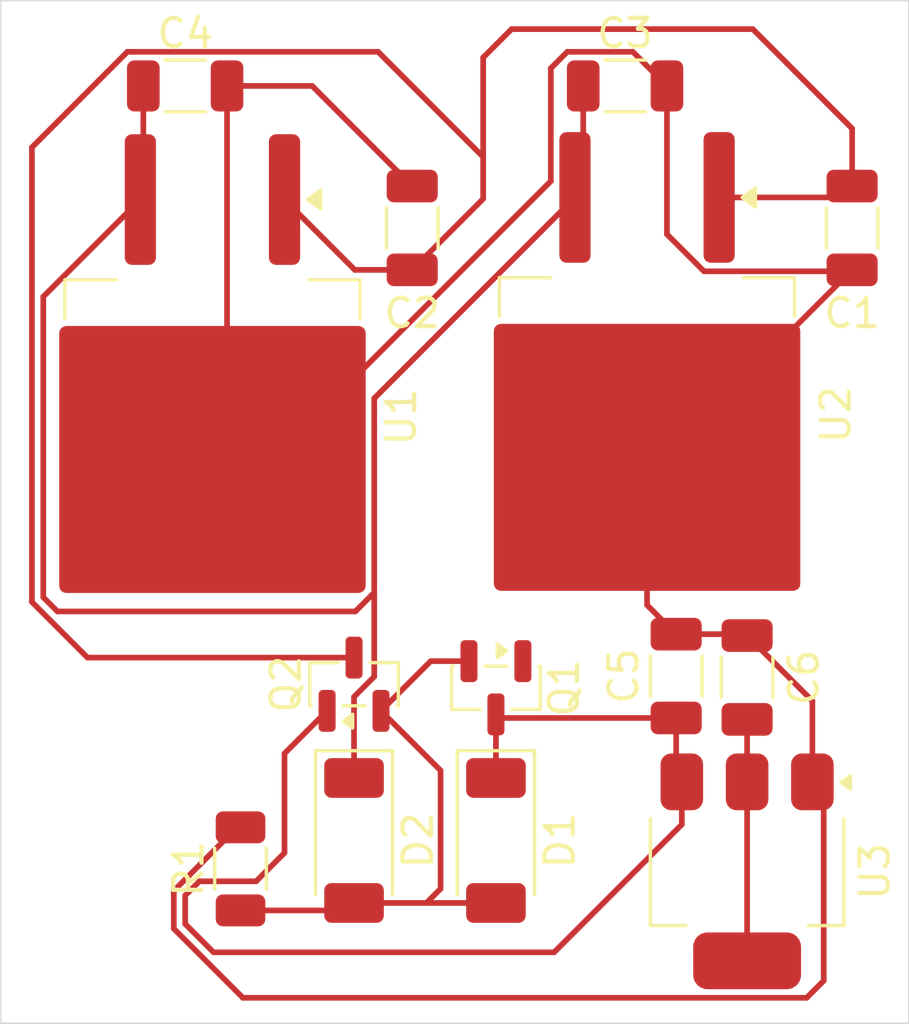
<source format=kicad_pcb>
(kicad_pcb (version 20241229) (generator "pcbnew") (generator_version "9.0")
  (layers (0 "F.Cu" signal) (2 "B.Cu" signal) (13 "F.Paste" user) (15 "B.Paste" user) (5 "F.SilkS" user "F.Silkscreen") (7 "B.SilkS" user "B.Silkscreen") (1 "F.Mask" user) (3 "B.Mask" user) (25 "Edge.Cuts" user))
  (net 0 "")
  (net 1 "GND")
  (net 2 "Net-(Q2-S)")
  (net 3 "+6V")
  (net 4 "VDD")
  (net 5 "+3.3V")
  (net 6 "+BATT")
  (net 7 "VBUS")
  (footprint "Capacitor_SMD:C_1206_3216Metric" (layer "F.Cu") (at 159.3 62.775 90)
    (property "Reference" "C5" (at 0 -1.85 90) (layer "F.SilkS"))
    (property "Value" "10u" (hide yes))
    (fp_line (start -0.711252 -0.91) (end 0.711252 -0.91) (stroke (width 0.12)) (layer "F.SilkS"))
    (fp_line (start -0.711252 0.91) (end 0.711252 0.91) (stroke (width 0.12)) (layer "F.SilkS"))
    (pad "1" smd roundrect (at -1.475 0 90) (size 1.15 1.8) (layers "F.Cu" "F.Mask" "F.Paste") (roundrect_rratio 0.217391) (net 4 "VDD"))
    (pad "2" smd roundrect (at 1.475 0 90) (size 1.15 1.8) (layers "F.Cu" "F.Mask" "F.Paste") (roundrect_rratio 0.217391) (net 1 "GND"))
  )
  (footprint "Capacitor_SMD:C_1206_3216Metric" (layer "F.Cu") (at 157.5 42)
    (property "Reference" "C3" (at 0 -1.85 0) (layer "F.SilkS"))
    (property "Value" ".33u" (hide yes))
    (fp_line (start -0.711252 -0.91) (end 0.711252 -0.91) (stroke (width 0.12)) (layer "F.SilkS"))
    (fp_line (start -0.711252 0.91) (end 0.711252 0.91) (stroke (width 0.12)) (layer "F.SilkS"))
    (pad "1" smd roundrect (at -1.475 0) (size 1.15 1.8) (layers "F.Cu" "F.Mask" "F.Paste") (roundrect_rratio 0.217391) (net 3 "+6V"))
    (pad "2" smd roundrect (at 1.475 0) (size 1.15 1.8) (layers "F.Cu" "F.Mask" "F.Paste") (roundrect_rratio 0.217391) (net 1 "GND"))
  )
  (footprint "Package_TO_SOT_SMD:TO-263-2" (layer "F.Cu") (at 142.96 53.65 -90)
    (property "Reference" "U1" (at 0 -6.65 90) (layer "F.SilkS"))
    (property "Value" "L7806" (hide yes))
    (fp_line (start -4.825 5.2) (end -4.825 3.39) (stroke (width 0.12)) (layer "F.SilkS"))
    (fp_line (start -3.46 5.2) (end -4.825 5.2) (stroke (width 0.12)) (layer "F.SilkS"))
    (fp_line (start -4.825 -5.2) (end -4.825 -3.39) (stroke (width 0.12)) (layer "F.SilkS"))
    (fp_line (start -3.46 -5.2) (end -4.825 -5.2) (stroke (width 0.12)) (layer "F.SilkS"))
    (fp_poly (pts (xy -7.65 -3.35) (xy -7.99 -3.82) (xy -7.31 -3.82)) (stroke (width 0.12)) (fill yes) (layer "F.SilkS"))
    (pad "1" smd roundrect (at -7.65 -2.54 270) (size 4.6 1.1) (layers "F.Cu" "F.Mask" "F.Paste") (roundrect_rratio 0.227273) (net 2 "Net-(Q2-S)"))
    (pad "2" smd roundrect (at 1.5 0 270) (size 9.4 10.8) (layers "F.Cu" "F.Mask") (roundrect_rratio 0.026596) (net 1 "GND"))
    (pad "3" smd roundrect (at -7.65 2.54 270) (size 4.6 1.1) (layers "F.Cu" "F.Mask" "F.Paste") (roundrect_rratio 0.227273) (net 3 "+6V"))
  )
  (footprint "Package_TO_SOT_SMD:SOT-223-3_TabPin2" (layer "F.Cu") (at 161.8 69.65 -90)
    (property "Reference" "U3" (at 0 -4.5 90) (layer "F.SilkS"))
    (property "Value" "AZ1117-3.3" (hide yes))
    (fp_line (start -1.85 3.41) (end 1.91 3.41) (stroke (width 0.12)) (layer "F.SilkS"))
    (fp_line (start 1.91 3.41) (end 1.91 2.15) (stroke (width 0.12)) (layer "F.SilkS"))
    (fp_line (start -1.85 -3.41) (end 1.91 -3.41) (stroke (width 0.12)) (layer "F.SilkS"))
    (fp_line (start 1.91 -3.41) (end 1.91 -2.15) (stroke (width 0.12)) (layer "F.SilkS"))
    (fp_poly (pts (xy -3.13 -3.31) (xy -3.37 -3.64) (xy -2.89 -3.64) (xy -3.13 -3.31)) (stroke (width 0.12)) (fill yes) (layer "F.SilkS"))
    (pad "1" smd roundrect (at -3.15 -2.3 270) (size 2 1.5) (layers "F.Cu" "F.Mask" "F.Paste") (net 1 "GND"))
    (pad "2" smd roundrect (at -3.15 0 270) (size 2 1.5) (layers "F.Cu" "F.Mask" "F.Paste") (net 5 "+3.3V"))
    (pad "2" smd roundrect (at 3.15 0 270) (size 2 3.8) (layers "F.Cu" "F.Mask" "F.Paste") (net 5 "+3.3V"))
    (pad "3" smd roundrect (at -3.15 2.3 270) (size 2 1.5) (layers "F.Cu" "F.Mask" "F.Paste") (net 4 "VDD"))
  )
  (footprint "Capacitor_SMD:C_1206_3216Metric" (layer "F.Cu") (at 142 42)
    (property "Reference" "C4" (at 0 -1.85 0) (layer "F.SilkS"))
    (property "Value" ".33u" (hide yes))
    (fp_line (start -0.711252 -0.91) (end 0.711252 -0.91) (stroke (width 0.12)) (layer "F.SilkS"))
    (fp_line (start -0.711252 0.91) (end 0.711252 0.91) (stroke (width 0.12)) (layer "F.SilkS"))
    (pad "1" smd roundrect (at -1.475 0) (size 1.15 1.8) (layers "F.Cu" "F.Mask" "F.Paste") (roundrect_rratio 0.217391) (net 3 "+6V"))
    (pad "2" smd roundrect (at 1.475 0) (size 1.15 1.8) (layers "F.Cu" "F.Mask" "F.Paste") (roundrect_rratio 0.217391) (net 1 "GND"))
  )
  (footprint "Package_TO_SOT_SMD:TO-263-2" (layer "F.Cu") (at 158.275 53.575 -90)
    (property "Reference" "U2" (at 0 -6.65 90) (layer "F.SilkS"))
    (property "Value" "L7806" (hide yes))
    (fp_line (start -4.825 5.2) (end -4.825 3.39) (stroke (width 0.12)) (layer "F.SilkS"))
    (fp_line (start -3.46 5.2) (end -4.825 5.2) (stroke (width 0.12)) (layer "F.SilkS"))
    (fp_line (start -4.825 -5.2) (end -4.825 -3.39) (stroke (width 0.12)) (layer "F.SilkS"))
    (fp_line (start -3.46 -5.2) (end -4.825 -5.2) (stroke (width 0.12)) (layer "F.SilkS"))
    (fp_poly (pts (xy -7.65 -3.35) (xy -7.99 -3.82) (xy -7.31 -3.82)) (stroke (width 0.12)) (fill yes) (layer "F.SilkS"))
    (pad "1" smd roundrect (at -7.65 -2.54 270) (size 4.6 1.1) (layers "F.Cu" "F.Mask" "F.Paste") (roundrect_rratio 0.227273) (net 2 "Net-(Q2-S)"))
    (pad "2" smd roundrect (at 1.5 0 270) (size 9.4 10.8) (layers "F.Cu" "F.Mask") (roundrect_rratio 0.026596) (net 1 "GND"))
    (pad "3" smd roundrect (at -7.65 2.54 270) (size 4.6 1.1) (layers "F.Cu" "F.Mask" "F.Paste") (roundrect_rratio 0.227273) (net 3 "+6V"))
  )
  (footprint "Resistor_SMD:R_1206_3216Metric" (layer "F.Cu") (at 143.95 69.5625 90)
    (property "Reference" "R1" (at 0 -1.83 90) (layer "F.SilkS"))
    (property "Value" "10k" (hide yes))
    (fp_line (start -0.727064 -0.91) (end 0.727064 -0.91) (stroke (width 0.12)) (layer "F.SilkS"))
    (fp_line (start -0.727064 0.91) (end 0.727064 0.91) (stroke (width 0.12)) (layer "F.SilkS"))
    (pad "1" smd roundrect (at -1.4625 0 90) (size 1.125 1.75) (layers "F.Cu" "F.Mask" "F.Paste") (roundrect_rratio 0.222222) (net 7 "VBUS"))
    (pad "2" smd roundrect (at 1.4625 0 90) (size 1.125 1.75) (layers "F.Cu" "F.Mask" "F.Paste") (roundrect_rratio 0.222222) (net 1 "GND"))
  )
  (footprint "Capacitor_SMD:C_1206_3216Metric" (layer "F.Cu") (at 150 47 90)
    (property "Reference" "C2" (at -3 0 180) (layer "F.SilkS"))
    (property "Value" ".33u" (hide yes))
    (fp_line (start -0.711252 -0.91) (end 0.711252 -0.91) (stroke (width 0.12)) (layer "F.SilkS"))
    (fp_line (start -0.711252 0.91) (end 0.711252 0.91) (stroke (width 0.12)) (layer "F.SilkS"))
    (pad "1" smd roundrect (at -1.475 0 90) (size 1.15 1.8) (layers "F.Cu" "F.Mask" "F.Paste") (roundrect_rratio 0.217391) (net 2 "Net-(Q2-S)"))
    (pad "2" smd roundrect (at 1.475 0 90) (size 1.15 1.8) (layers "F.Cu" "F.Mask" "F.Paste") (roundrect_rratio 0.217391) (net 1 "GND"))
  )
  (footprint "Package_TO_SOT_SMD:SOT-23" (layer "F.Cu") (at 152.95 63.1875 -90)
    (property "Reference" "Q1" (at 0 -2.4 90) (layer "F.SilkS"))
    (property "Value" "SSM3J328R,LF" (hide yes))
    (fp_line (start -0.76 1.56) (end -0.76 1.51) (stroke (width 0.12)) (layer "F.SilkS"))
    (fp_line (start 0.76 1.56) (end -0.76 1.56) (stroke (width 0.12)) (layer "F.SilkS"))
    (fp_line (start 0.76 0.56) (end 0.76 1.56) (stroke (width 0.12)) (layer "F.SilkS"))
    (fp_line (start -0.76 0.39) (end -0.76 -0.39) (stroke (width 0.12)) (layer "F.SilkS"))
    (fp_line (start -0.76 -1.51) (end -0.76 -1.56) (stroke (width 0.12)) (layer "F.SilkS"))
    (fp_line (start -0.76 -1.56) (end 0.76 -1.56) (stroke (width 0.12)) (layer "F.SilkS"))
    (fp_line (start 0.76 -1.56) (end 0.76 -0.56) (stroke (width 0.12)) (layer "F.SilkS"))
    (fp_poly (pts (xy -1.3 -0.38) (xy -1.06 -0.05) (xy -1.54 -0.05)) (stroke (width 0.12)) (fill yes) (layer "F.SilkS"))
    (pad "1" smd roundrect (at -0.9375 -0.95 270) (size 1.475 0.6) (layers "F.Cu" "F.Mask" "F.Paste") (net 6 "+BATT"))
    (pad "2" smd roundrect (at -0.9375 0.95 270) (size 1.475 0.6) (layers "F.Cu" "F.Mask" "F.Paste") (net 7 "VBUS"))
    (pad "3" smd roundrect (at 0.9375 0 270) (size 1.475 0.6) (layers "F.Cu" "F.Mask" "F.Paste") (net 4 "VDD"))
  )
  (footprint "Capacitor_SMD:C_1206_3216Metric" (layer "F.Cu") (at 165.5 47 -90)
    (property "Reference" "C1" (at 3 0 180) (layer "F.SilkS"))
    (property "Value" ".33u" (hide yes))
    (fp_line (start -0.711252 0.91) (end 0.711252 0.91) (stroke (width 0.12)) (layer "F.SilkS"))
    (fp_line (start -0.711252 -0.91) (end 0.711252 -0.91) (stroke (width 0.12)) (layer "F.SilkS"))
    (pad "1" smd roundrect (at -1.475 0 270) (size 1.15 1.8) (layers "F.Cu" "F.Mask" "F.Paste") (roundrect_rratio 0.217391) (net 2 "Net-(Q2-S)"))
    (pad "2" smd roundrect (at 1.475 0 270) (size 1.15 1.8) (layers "F.Cu" "F.Mask" "F.Paste") (roundrect_rratio 0.217391) (net 1 "GND"))
  )
  (footprint "Capacitor_SMD:C_1206_3216Metric" (layer "F.Cu") (at 161.8 62.825 90)
    (property "Reference" "C6" (at 0 2 90) (layer "F.SilkS"))
    (property "Value" "22u" (hide yes))
    (fp_line (start -0.711252 -0.91) (end 0.711252 -0.91) (stroke (width 0.12)) (layer "F.SilkS"))
    (fp_line (start -0.711252 0.91) (end 0.711252 0.91) (stroke (width 0.12)) (layer "F.SilkS"))
    (pad "1" smd roundrect (at -1.475 0 90) (size 1.15 1.8) (layers "F.Cu" "F.Mask" "F.Paste") (roundrect_rratio 0.217391) (net 5 "+3.3V"))
    (pad "2" smd roundrect (at 1.475 0 90) (size 1.15 1.8) (layers "F.Cu" "F.Mask" "F.Paste") (roundrect_rratio 0.217391) (net 1 "GND"))
  )
  (footprint "Diode_SMD:D_SOD-128" (layer "F.Cu") (at 147.95 68.5625 -90)
    (property "Reference" "D2" (at 0 -2.25 90) (layer "F.SilkS"))
    (property "Value" "PMEG10030ELPX" (hide yes))
    (fp_line (start -3.16 1.36) (end 1.9 1.36) (stroke (width 0.12)) (layer "F.SilkS"))
    (fp_line (start -3.16 -1.36) (end -3.16 1.36) (stroke (width 0.12)) (layer "F.SilkS"))
    (fp_line (start -3.16 -1.36) (end 1.9 -1.36) (stroke (width 0.12)) (layer "F.SilkS"))
    (pad "1" smd roundrect (at -2.2 0 270) (size 1.4 2.1) (layers "F.Cu" "F.Mask" "F.Paste") (roundrect_rratio 0.1785714286) (net 3 "+6V"))
    (pad "2" smd roundrect (at 2.2 0 270) (size 1.4 2.1) (layers "F.Cu" "F.Mask" "F.Paste") (roundrect_rratio 0.1785714286) (net 7 "VBUS"))
  )
  (footprint "Package_TO_SOT_SMD:SOT-23" (layer "F.Cu") (at 147.95 63.0625 90)
    (property "Reference" "Q2" (at 0 -2.4 90) (layer "F.SilkS"))
    (property "Value" "SSM3J328R,LF" (hide yes))
    (fp_line (start 0.76 -1.56) (end 0.76 -0.56) (stroke (width 0.12)) (layer "F.SilkS"))
    (fp_line (start -0.76 -1.56) (end 0.76 -1.56) (stroke (width 0.12)) (layer "F.SilkS"))
    (fp_line (start -0.76 -1.51) (end -0.76 -1.56) (stroke (width 0.12)) (layer "F.SilkS"))
    (fp_line (start -0.76 0.39) (end -0.76 -0.39) (stroke (width 0.12)) (layer "F.SilkS"))
    (fp_line (start 0.76 0.56) (end 0.76 1.56) (stroke (width 0.12)) (layer "F.SilkS"))
    (fp_line (start 0.76 1.56) (end -0.76 1.56) (stroke (width 0.12)) (layer "F.SilkS"))
    (fp_line (start -0.76 1.56) (end -0.76 1.51) (stroke (width 0.12)) (layer "F.SilkS"))
    (fp_poly (pts (xy -1.3 -0.38) (xy -1.06 -0.05) (xy -1.54 -0.05)) (stroke (width 0.12)) (fill yes) (layer "F.SilkS"))
    (pad "1" smd roundrect (at -0.9375 -0.95 90) (size 1.475 0.6) (layers "F.Cu" "F.Mask" "F.Paste") (net 4 "VDD"))
    (pad "2" smd roundrect (at -0.9375 0.95 90) (size 1.475 0.6) (layers "F.Cu" "F.Mask" "F.Paste") (net 7 "VBUS"))
    (pad "3" smd roundrect (at 0.9375 0 90) (size 1.475 0.6) (layers "F.Cu" "F.Mask" "F.Paste") (net 2 "Net-(Q2-S)"))
  )
  (footprint "Diode_SMD:D_SOD-128" (layer "F.Cu") (at 152.95 68.5625 -90)
    (property "Reference" "D1" (at 0 -2.25 90) (layer "F.SilkS"))
    (property "Value" "PMEG10030ELPX" (hide yes))
    (fp_line (start -3.16 1.36) (end 1.9 1.36) (stroke (width 0.12)) (layer "F.SilkS"))
    (fp_line (start -3.16 -1.36) (end -3.16 1.36) (stroke (width 0.12)) (layer "F.SilkS"))
    (fp_line (start -3.16 -1.36) (end 1.9 -1.36) (stroke (width 0.12)) (layer "F.SilkS"))
    (pad "1" smd roundrect (at -2.2 0 270) (size 1.4 2.1) (layers "F.Cu" "F.Mask" "F.Paste") (roundrect_rratio 0.1785714286) (net 4 "VDD"))
    (pad "2" smd roundrect (at 2.2 0 270) (size 1.4 2.1) (layers "F.Cu" "F.Mask" "F.Paste") (roundrect_rratio 0.1785714286) (net 7 "VBUS"))
  )
  (gr_rect (start 135.5 39) (end 167.5 75) (stroke (width 0.05)) (fill no) (layer "Edge.Cuts"))
  (segment (start 141.599 70.3339) (end 141.599 71.6661) (width 0.2) (layer "F.Cu") (net 1))
  (segment (start 144.0339 74.101) (end 163.899 74.101) (width 0.2) (layer "F.Cu") (net 1))
  (segment (start 154.884 41.37984) (end 155.46484 40.799) (width 0.2) (layer "F.Cu") (net 1))
  (segment (start 160.27984 48.526) (end 165.449 48.526) (width 0.2) (layer "F.Cu") (net 1))
  (segment (start 157.774 40.799) (end 158.975 42) (width 0.2) (layer "F.Cu") (net 1))
  (segment (start 158.275 60.275) (end 158.275 55.075) (width 0.2) (layer "F.Cu") (net 1))
  (segment (start 161.75 61.3) (end 161.8 61.35) (width 0.2) (layer "F.Cu") (net 1))
  (segment (start 155.46484 40.799) (end 157.774 40.799) (width 0.2) (layer "F.Cu") (net 1))
  (segment (start 159.3 61.3) (end 158.275 60.275) (width 0.2) (layer "F.Cu") (net 1))
  (segment (start 154.884 45.35216) (end 154.884 41.37984) (width 0.2) (layer "F.Cu") (net 1))
  (segment (start 141.599 71.6661) (end 144.0339 74.101) (width 0.2) (layer "F.Cu") (net 1))
  (segment (start 164.1 66.5) (end 164.1 63.65) (width 0.2) (layer "F.Cu") (net 1))
  (segment (start 143.475 42) (end 143.475 54.635) (width 0.2) (layer "F.Cu") (net 1))
  (segment (start 164.1 63.65) (end 161.8 61.35) (width 0.2) (layer "F.Cu") (net 1))
  (segment (start 146.475 42) (end 143.475 42) (width 0.2) (layer "F.Cu") (net 1))
  (segment (start 158.975 42) (end 158.975 47.22116) (width 0.2) (layer "F.Cu") (net 1))
  (segment (start 164.5 66.9) (end 164.1 66.5) (width 0.2) (layer "F.Cu") (net 1))
  (segment (start 145.08616 55.15) (end 154.884 45.35216) (width 0.2) (layer "F.Cu") (net 1))
  (segment (start 164.5 73.5) (end 164.5 66.9) (width 0.2) (layer "F.Cu") (net 1))
  (segment (start 159.3 61.3) (end 161.75 61.3) (width 0.2) (layer "F.Cu") (net 1))
  (segment (start 143.95 68.1) (end 143.8329 68.1) (width 0.2) (layer "F.Cu") (net 1))
  (segment (start 142.96 55.15) (end 145.08616 55.15) (width 0.2) (layer "F.Cu") (net 1))
  (segment (start 163.899 74.101) (end 164.5 73.5) (width 0.2) (layer "F.Cu") (net 1))
  (segment (start 143.475 54.635) (end 142.96 55.15) (width 0.2) (layer "F.Cu") (net 1))
  (segment (start 158.975 47.22116) (end 160.27984 48.526) (width 0.2) (layer "F.Cu") (net 1))
  (segment (start 150 45.525) (end 146.475 42) (width 0.2) (layer "F.Cu") (net 1))
  (segment (start 158.9 55.075) (end 165.5 48.475) (width 0.2) (layer "F.Cu") (net 1))
  (segment (start 143.8329 68.1) (end 141.599 70.3339) (width 0.2) (layer "F.Cu") (net 1))
  (segment (start 158.275 55.075) (end 158.9 55.075) (width 0.2) (layer "F.Cu") (net 1))
  (segment (start 165.449 48.526) (end 165.5 48.475) (width 0.2) (layer "F.Cu") (net 1))
  (segment (start 136.599 44.16484) (end 139.96484 40.799) (width 0.2) (layer "F.Cu") (net 2))
  (segment (start 152.5 41) (end 152.5 44.5) (width 0.2) (layer "F.Cu") (net 2))
  (segment (start 165.1 45.925) (end 165.5 45.525) (width 0.2) (layer "F.Cu") (net 2))
  (segment (start 152.5 45.975) (end 150 48.475) (width 0.2) (layer "F.Cu") (net 2))
  (segment (start 160.815 45.925) (end 165.1 45.925) (width 0.2) (layer "F.Cu") (net 2))
  (segment (start 148.799 40.799) (end 152.5 44.5) (width 0.2) (layer "F.Cu") (net 2))
  (segment (start 147.975 48.475) (end 145.5 46) (width 0.2) (layer "F.Cu") (net 2))
  (segment (start 136.599 60.1661) (end 136.599 44.16484) (width 0.2) (layer "F.Cu") (net 2))
  (segment (start 165.5 43.5) (end 162 40) (width 0.2) (layer "F.Cu") (net 2))
  (segment (start 139.96484 40.799) (end 148.799 40.799) (width 0.2) (layer "F.Cu") (net 2))
  (segment (start 150 48.475) (end 147.975 48.475) (width 0.2) (layer "F.Cu") (net 2))
  (segment (start 165.5 45.525) (end 165.5 43.5) (width 0.2) (layer "F.Cu") (net 2))
  (segment (start 162 40) (end 153.5 40) (width 0.2) (layer "F.Cu") (net 2))
  (segment (start 138.5579 62.125) (end 136.599 60.1661) (width 0.2) (layer "F.Cu") (net 2))
  (segment (start 153.5 40) (end 152.5 41) (width 0.2) (layer "F.Cu") (net 2))
  (segment (start 147.95 62.125) (end 138.5579 62.125) (width 0.2) (layer "F.Cu") (net 2))
  (segment (start 152.5 44.5) (end 152.5 45.975) (width 0.2) (layer "F.Cu") (net 2))
  (segment (start 147.95 63.504468) (end 148.661 62.793468) (width 0.2) (layer "F.Cu") (net 3))
  (segment (start 137 49.42) (end 137 60) (width 0.2) (layer "F.Cu") (net 3))
  (segment (start 156.025 45.635) (end 155.735 45.925) (width 0.2) (layer "F.Cu") (net 3))
  (segment (start 148.661 62.793468) (end 148.661 59.83516) (width 0.2) (layer "F.Cu") (net 3))
  (segment (start 147.99616 60.5) (end 148.661 59.83516) (width 0.2) (layer "F.Cu") (net 3))
  (segment (start 140.42 46) (end 137 49.42) (width 0.2) (layer "F.Cu") (net 3))
  (segment (start 140.525 45.895) (end 140.42 46) (width 0.2) (layer "F.Cu") (net 3))
  (segment (start 148.661 59.83516) (end 148.661 52.999) (width 0.2) (layer "F.Cu") (net 3))
  (segment (start 148.661 52.999) (end 155.735 45.925) (width 0.2) (layer "F.Cu") (net 3))
  (segment (start 137 60) (end 137.5 60.5) (width 0.2) (layer "F.Cu") (net 3))
  (segment (start 156.025 42) (end 156.025 45.635) (width 0.2) (layer "F.Cu") (net 3))
  (segment (start 147.95 66.3625) (end 147.95 63.504468) (width 0.2) (layer "F.Cu") (net 3))
  (segment (start 137.5 60.5) (end 147.99616 60.5) (width 0.2) (layer "F.Cu") (net 3))
  (segment (start 140.525 42) (end 140.525 45.895) (width 0.2) (layer "F.Cu") (net 3))
  (segment (start 145.5 65.5) (end 145.5 69) (width 0.2) (layer "F.Cu") (net 4))
  (segment (start 147 64) (end 145.5 65.5) (width 0.2) (layer "F.Cu") (net 4))
  (segment (start 145.5 69) (end 144.5 70) (width 0.2) (layer "F.Cu") (net 4))
  (segment (start 144.5 70) (end 142.5 70) (width 0.2) (layer "F.Cu") (net 4))
  (segment (start 159.3 66.3) (end 159.5 66.5) (width 0.2) (layer "F.Cu") (net 4))
  (segment (start 143 72.5) (end 155 72.5) (width 0.2) (layer "F.Cu") (net 4))
  (segment (start 152.95 66.3625) (end 152.95 64.125) (width 0.2) (layer "F.Cu") (net 4))
  (segment (start 159.3 64.25) (end 159.3 66.3) (width 0.2) (layer "F.Cu") (net 4))
  (segment (start 159.3 64.25) (end 153.075 64.25) (width 0.2) (layer "F.Cu") (net 4))
  (segment (start 153.075 64.25) (end 152.95 64.125) (width 0.2) (layer "F.Cu") (net 4))
  (segment (start 159.5 68) (end 159.5 66.5) (width 0.2) (layer "F.Cu") (net 4))
  (segment (start 142 71.5) (end 143 72.5) (width 0.2) (layer "F.Cu") (net 4))
  (segment (start 155 72.5) (end 159.5 68) (width 0.2) (layer "F.Cu") (net 4))
  (segment (start 142.5 70) (end 142 70.5) (width 0.2) (layer "F.Cu") (net 4))
  (segment (start 142 70.5) (end 142 71.5) (width 0.2) (layer "F.Cu") (net 4))
  (segment (start 161.8 72.8) (end 161.8 66.5) (width 0.2) (layer "F.Cu") (net 5))
  (segment (start 161.8 64.3) (end 161.8 66.5) (width 0.2) (layer "F.Cu") (net 5))
  (segment (start 151 70.2625) (end 150.5 70.7625) (width 0.2) (layer "F.Cu") (net 7))
  (segment (start 147.6875 71.025) (end 147.95 70.7625) (width 0.2) (layer "F.Cu") (net 7))
  (segment (start 148.9 64) (end 151 66.1) (width 0.2) (layer "F.Cu") (net 7))
  (segment (start 143.95 71.025) (end 147.6875 71.025) (width 0.2) (layer "F.Cu") (net 7))
  (segment (start 150.65 62.25) (end 152 62.25) (width 0.2) (layer "F.Cu") (net 7))
  (segment (start 152.95 70.7625) (end 150.5 70.7625) (width 0.2) (layer "F.Cu") (net 7))
  (segment (start 151 66.1) (end 151 70.2625) (width 0.2) (layer "F.Cu") (net 7))
  (segment (start 150.5 70.7625) (end 147.95 70.7625) (width 0.2) (layer "F.Cu") (net 7))
  (segment (start 148.9 64) (end 150.65 62.25) (width 0.2) (layer "F.Cu") (net 7))
)
</source>
